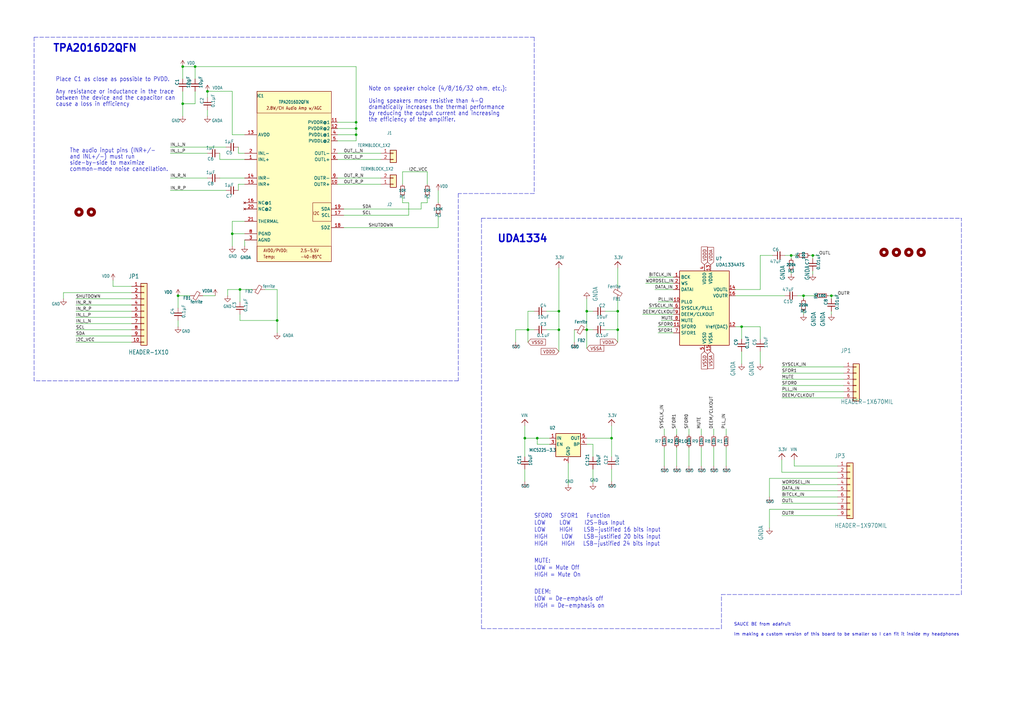
<source format=kicad_sch>
(kicad_sch (version 20211123) (generator eeschema)
  (paper "A3")
  (lib_symbols
    (symbol "Audio:UDA1334ATS"
      (property "Reference" "U" (at -10.16 16.51 0))
      (property "Value" "UDA1334ATS" (at 3.81 16.51 0))
      (symbol "UDA1334ATS_1_1"
        (pin input line (at -12.7 12.7 0) (length 2.54) (name "BCK") (number "1"))
        (pin input line (at -12.7 2.54 0) (length 2.54) (name "PLL0") (number "10"))
        (pin input line (at -12.7 -7.62 0) (length 2.54) (name "SFOR0") (number "11"))
        (pin passive line (at 12.7 -7.62 180) (length 2.54) (name "Vref(DAC)") (number "12"))
        (pin power_in line (at 2.54 17.78 270) (length 2.54) (name "VDDA") (number "13"))
        (pin output line (at 12.7 7.62 180) (length 2.54) (name "VOUTL") (number "14"))
        (pin power_in line (at 2.54 -17.78 90) (length 2.54) (name "VSSA") (number "15"))
        (pin output line (at 12.7 5.08 180) (length 2.54) (name "VOUTR") (number "16"))
        (pin input line (at -12.7 10.16 0) (length 2.54) (name "WS") (number "2"))
        (pin input line (at -12.7 7.62 0) (length 2.54) (name "DATAI") (number "3"))
        (pin power_in line (at 0 17.78 270) (length 2.54) (name "VDDD") (number "4"))
        (pin power_in line (at 0 -17.78 90) (length 2.54) (name "VSSD") (number "5"))
        (pin input line (at -12.7 0 0) (length 2.54) (name "SYSCLK/PLL1") (number "6"))
        (pin input line (at -12.7 -10.16 0) (length 2.54) (name "SFOR1") (number "7"))
        (pin input line (at -12.7 -5.08 0) (length 2.54) (name "MUTE") (number "8"))
        (pin bidirectional line (at -12.7 -2.54 0) (length 2.54) (name "DEEM/CLKOUT") (number "9"))
      )
    )
    (symbol "Connector_Generic:Conn_01x02" (pin_names (offset 1.016) hide)
      (property "Reference" "J" (at 0 2.54 0))
      (property "Value" "Conn_01x02" (at 0 -5.08 0))
      (symbol "Conn_01x02_1_1"
        (pin passive line (at -5.08 0 0) (length 3.81) (name "Pin_1") (number "1"))
        (pin passive line (at -5.08 -2.54 0) (length 3.81) (name "Pin_2") (number "2"))
      )
    )
    (symbol "Connector_Generic:Conn_01x06" (pin_names (offset 1.016) hide)
      (property "Reference" "J" (at 0 7.62 0))
      (property "Value" "Conn_01x06" (at 0 -10.16 0))
      (symbol "Conn_01x06_1_1"
        (pin passive line (at -5.08 5.08 0) (length 3.81) (name "Pin_1") (number "1"))
        (pin passive line (at -5.08 2.54 0) (length 3.81) (name "Pin_2") (number "2"))
        (pin passive line (at -5.08 0 0) (length 3.81) (name "Pin_3") (number "3"))
        (pin passive line (at -5.08 -2.54 0) (length 3.81) (name "Pin_4") (number "4"))
        (pin passive line (at -5.08 -5.08 0) (length 3.81) (name "Pin_5") (number "5"))
        (pin passive line (at -5.08 -7.62 0) (length 3.81) (name "Pin_6") (number "6"))
      )
    )
    (symbol "Connector_Generic:Conn_01x09" (pin_names (offset 1.016) hide)
      (property "Reference" "J" (at 0 12.7 0))
      (property "Value" "Conn_01x09" (at 0 -12.7 0))
      (symbol "Conn_01x09_1_1"
        (pin passive line (at -5.08 10.16 0) (length 3.81) (name "Pin_1") (number "1"))
        (pin passive line (at -5.08 7.62 0) (length 3.81) (name "Pin_2") (number "2"))
        (pin passive line (at -5.08 5.08 0) (length 3.81) (name "Pin_3") (number "3"))
        (pin passive line (at -5.08 2.54 0) (length 3.81) (name "Pin_4") (number "4"))
        (pin passive line (at -5.08 0 0) (length 3.81) (name "Pin_5") (number "5"))
        (pin passive line (at -5.08 -2.54 0) (length 3.81) (name "Pin_6") (number "6"))
        (pin passive line (at -5.08 -5.08 0) (length 3.81) (name "Pin_7") (number "7"))
        (pin passive line (at -5.08 -7.62 0) (length 3.81) (name "Pin_8") (number "8"))
        (pin passive line (at -5.08 -10.16 0) (length 3.81) (name "Pin_9") (number "9"))
      )
    )
    (symbol "Connector_Generic:Conn_01x10" (pin_names (offset 1.016) hide)
      (property "Reference" "J" (at 0 12.7 0))
      (property "Value" "Conn_01x10" (at 0 -15.24 0))
      (symbol "Conn_01x10_1_1"
        (pin passive line (at -5.08 10.16 0) (length 3.81) (name "Pin_1") (number "1"))
        (pin passive line (at -5.08 -12.7 0) (length 3.81) (name "Pin_10") (number "10"))
        (pin passive line (at -5.08 7.62 0) (length 3.81) (name "Pin_2") (number "2"))
        (pin passive line (at -5.08 5.08 0) (length 3.81) (name "Pin_3") (number "3"))
        (pin passive line (at -5.08 2.54 0) (length 3.81) (name "Pin_4") (number "4"))
        (pin passive line (at -5.08 0 0) (length 3.81) (name "Pin_5") (number "5"))
        (pin passive line (at -5.08 -2.54 0) (length 3.81) (name "Pin_6") (number "6"))
        (pin passive line (at -5.08 -5.08 0) (length 3.81) (name "Pin_7") (number "7"))
        (pin passive line (at -5.08 -7.62 0) (length 3.81) (name "Pin_8") (number "8"))
        (pin passive line (at -5.08 -10.16 0) (length 3.81) (name "Pin_9") (number "9"))
      )
    )
    (symbol "Device:C_Small" (pin_numbers hide) (pin_names (offset 0.254) hide)
      (property "Reference" "C" (at 0.254 1.778 0))
      (property "Value" "C_Small" (at 0.254 -2.032 0))
      (symbol "C_Small_1_1"
        (pin passive line (at 0 2.54 270) (length 2.032) (name "~") (number "1"))
        (pin passive line (at 0 -2.54 90) (length 2.032) (name "~") (number "2"))
      )
    )
    (symbol "Device:FerriteBead_Small" (pin_numbers hide) (pin_names (offset 0))
      (property "Reference" "FB" (at 1.905 1.27 0))
      (property "Value" "FerriteBead_Small" (at 1.905 -1.27 0))
      (symbol "FerriteBead_Small_1_1"
        (pin passive line (at 0 2.54 270) (length 1.27) (name "~") (number "1"))
        (pin passive line (at 0 -2.54 90) (length 1.27) (name "~") (number "2"))
      )
    )
    (symbol "Device:R_Small" (pin_numbers hide) (pin_names (offset 0.254) hide)
      (property "Reference" "R" (at 0.762 0.508 0))
      (property "Value" "R_Small" (at 0.762 -1.016 0))
      (symbol "R_Small_1_1"
        (pin passive line (at 0 2.54 270) (length 0.762) (name "~") (number "1"))
        (pin passive line (at 0 -2.54 90) (length 0.762) (name "~") (number "2"))
      )
    )
    (symbol "Mechanical:MountingHole" (pin_names (offset 1.016))
      (property "Reference" "H" (at 0 5.08 0))
      (property "Value" "MountingHole" (at 0 3.175 0))
    )
    (symbol "Regulator_Linear:SPX3819M5-L-3-3" (pin_names (offset 0.254))
      (property "Reference" "U" (at -3.81 5.715 0))
      (property "Value" "SPX3819M5-L-3-3" (at 0 5.715 0))
      (symbol "SPX3819M5-L-3-3_1_1"
        (pin power_in line (at -7.62 2.54 0) (length 2.54) (name "IN") (number "1"))
        (pin power_in line (at 0 -7.62 90) (length 2.54) (name "GND") (number "2"))
        (pin input line (at -7.62 0 0) (length 2.54) (name "EN") (number "3"))
        (pin input line (at 7.62 0 180) (length 2.54) (name "BP") (number "4"))
        (pin power_out line (at 7.62 2.54 180) (length 2.54) (name "OUT") (number "5"))
      )
    )
    (symbol "TPA2016D2-eagle-import:TPA2016D2QFN"
      (property "Reference" "IC1" (at -15.24 30.48 0))
      (property "Value" "TPA2016D2QFN" (at -6.35 27.94 0))
      (symbol "TPA2016D2QFN_1_0"
        (text "-40-85°C" (at 2.54 -35.56 0) (effects (font (size 1.27 1.0795)) (justify left bottom)))
        (text "2.5-5.5V" (at 2.54 -33.02 0) (effects (font (size 1.27 1.0795)) (justify left bottom)))
        (text "2.8W/CH Audio Amp w/AGC" (at -11.43 25.4 0) (effects (font (size 1.27 1.0795)) (justify left bottom)))
        (text "AVDD/PVDD:" (at -12.7 -33.02 0) (effects (font (size 1.27 1.0795)) (justify left bottom)))
        (text "I2C" (at 7.62 -17.78 0) (effects (font (size 1.27 1.0795)) (justify left bottom)))
        (text "Temp:" (at -12.7 -35.56 0) (effects (font (size 1.27 1.0795)) (justify left bottom)))
        (pin input line (at -20.32 5.08 0) (length 5) (name "INL+") (number "1"))
        (pin output line (at 17.78 -5.08 180) (length 2.54) (name "OUTR+") (number "10"))
        (pin power_in line (at 17.78 20.32 180) (length 2.54) (name "PVDDR@1") (number "11"))
        (pin power_in line (at 17.78 17.78 180) (length 2.54) (name "PVDDR@2") (number "12"))
        (pin power_in line (at -20.32 15.24 0) (length 5) (name "AVDD") (number "13"))
        (pin input line (at -20.32 -2.54 0) (length 5) (name "INR-") (number "14"))
        (pin input line (at -20.32 -5.08 0) (length 5) (name "INR+") (number "15"))
        (pin no_connect line (at -20.32 -12.7 0) (length 5) (name "NC@1") (number "16"))
        (pin bidirectional line (at 20.32 -17.78 180) (length 5) (name "SCL") (number "17"))
        (pin input line (at 20.32 -22.86 180) (length 5) (name "SDZ") (number "18"))
        (pin bidirectional line (at 20.32 -15.24 180) (length 5) (name "SDA") (number "19"))
        (pin input line (at -20.32 7.62 0) (length 5) (name "INL-") (number "2"))
        (pin no_connect line (at -20.32 -15.24 0) (length 5) (name "NC@2") (number "20"))
        (pin bidirectional line (at -20.32 -20.32 0) (length 5) (name "THERMAL") (number "21"))
        (pin power_in line (at -20.32 -27.94 0) (length 5) (name "AGND") (number "3"))
        (pin power_in line (at 17.78 15.24 180) (length 2.54) (name "PVDDL@1") (number "4"))
        (pin power_in line (at 17.78 12.7 180) (length 2.54) (name "PVDDL@2") (number "5"))
        (pin output line (at 17.78 5.08 180) (length 2.54) (name "OUTL+") (number "6"))
        (pin output line (at 17.78 7.62 180) (length 2.54) (name "OUTL-") (number "7"))
        (pin power_in line (at -20.32 -25.4 0) (length 5) (name "PGND") (number "8"))
        (pin output line (at 17.78 -2.54 180) (length 2.54) (name "OUTR-") (number "9"))
      )
    )
    (symbol "UDA1334-eagle-import:3.3V" (power)
      (property "Value" "3.3V" (at -1.524 1.016 0))
      (symbol "3.3V_1_0"
        (pin power_in line (at 0 -2.54 90) (length 2.54) (name "3.3V") (number "1"))
      )
    )
    (symbol "UDA1334-eagle-import:VIN" (power)
      (property "Value" "VIN" (at -1.524 1.016 0))
      (symbol "VIN_1_0"
        (pin power_in line (at 0 -2.54 90) (length 2.54) (name "VIN") (number "1"))
      )
    )
    (symbol "power:GND" (power) (pin_names (offset 0))
      (property "Value" "GND" (at 0 -3.81 0))
      (symbol "GND_1_1"
        (pin power_in line (at 0 0 270) (length 0) hide (name "GND") (number "1"))
      )
    )
    (symbol "power:GNDA" (power) (pin_names (offset 0))
      (property "Value" "GNDA" (at 0 -3.81 0))
      (symbol "GNDA_1_1"
        (pin power_in line (at 0 0 270) (length 0) hide (name "GNDA") (number "1"))
      )
    )
    (symbol "power:VDD" (power) (pin_names (offset 0))
      (property "Value" "VDD" (at 0 3.81 0))
      (symbol "VDD_1_1"
        (pin power_in line (at 0 0 90) (length 0) hide (name "VDD") (number "1"))
      )
    )
    (symbol "power:VDDA" (power) (pin_names (offset 0))
      (property "Value" "VDDA" (at 0 3.81 0))
      (symbol "VDDA_1_1"
        (pin power_in line (at 0 0 90) (length 0) hide (name "VDDA") (number "1"))
      )
    )
  )
  (junction (at 146.05 52.705))
  (junction (at 73.025 121.285))
  (junction (at 215.265 179.705))
  (junction (at 304.165 133.985))
  (junction (at 80.01 27.305))
  (junction (at 113.665 131.445))
  (junction (at 329.565 121.285))
  (junction (at 74.93 42.545))
  (junction (at 216.535 135.255))
  (junction (at 253.365 127.635))
  (junction (at 250.825 179.705))
  (junction (at 85.09 37.465))
  (junction (at 146.05 55.245))
  (junction (at 146.05 50.165))
  (junction (at 240.665 127.635))
  (junction (at 240.665 135.255))
  (junction (at 95.25 95.885))
  (junction (at 74.93 27.305))
  (junction (at 229.235 135.255))
  (junction (at 98.425 118.745))
  (junction (at 340.995 121.285))
  (junction (at 324.485 104.775))
  (junction (at 333.375 104.775))
  (junction (at 220.345 179.705))
  (junction (at 229.235 127.635))
  (junction (at 253.365 135.255))
  (wire (pts (xy 69.85 73.025) (xy 85.09 73.025)))
  (wire (pts (xy 340.995 122.555) (xy 340.995 121.285)))
  (wire (pts (xy 346.075 150.495) (xy 320.675 150.495)))
  (wire (pts (xy 80.01 42.545) (xy 80.01 37.465)))
  (wire (pts (xy 53.975 132.715) (xy 31.115 132.715)))
  (wire (pts (xy 138.43 75.565) (xy 156.21 75.565)))
  (wire (pts (xy 103.505 118.745) (xy 98.425 118.745)))
  (wire (pts (xy 97.79 78.105) (xy 97.79 75.565)))
  (wire (pts (xy 53.975 135.255) (xy 31.115 135.255)))
  (wire (pts (xy 85.09 45.085) (xy 85.09 47.625)))
  (wire (pts (xy 95.25 55.245) (xy 95.25 37.465)))
  (wire (pts (xy 325.755 191.135) (xy 325.755 188.595)))
  (wire (pts (xy 266.065 126.365) (xy 276.225 126.365)))
  (wire (pts (xy 138.43 73.025) (xy 156.21 73.025)))
  (wire (pts (xy 329.565 121.285) (xy 334.645 121.285)))
  (wire (pts (xy 343.535 203.835) (xy 320.675 203.835)))
  (wire (pts (xy 340.995 127.635) (xy 340.995 128.905)))
  (wire (pts (xy 315.595 196.215) (xy 315.595 203.835)))
  (wire (pts (xy 175.26 80.645) (xy 175.26 83.185)))
  (polyline (pts (xy 197.485 89.535) (xy 394.335 89.535)))
  (wire (pts (xy 301.625 133.985) (xy 304.165 133.985)))
  (wire (pts (xy 346.075 158.115) (xy 320.675 158.115)))
  (wire (pts (xy 229.235 144.145) (xy 229.235 135.255)))
  (wire (pts (xy 220.345 182.245) (xy 220.345 179.705)))
  (wire (pts (xy 100.33 90.805) (xy 95.25 90.805)))
  (wire (pts (xy 333.375 112.395) (xy 333.375 111.125)))
  (wire (pts (xy 324.485 104.775) (xy 321.945 104.775)))
  (wire (pts (xy 140.97 85.725) (xy 172.72 85.725)))
  (wire (pts (xy 233.045 189.865) (xy 233.045 198.755)))
  (wire (pts (xy 304.165 133.985) (xy 311.785 133.985)))
  (wire (pts (xy 100.33 55.245) (xy 95.25 55.245)))
  (wire (pts (xy 343.535 198.755) (xy 320.675 198.755)))
  (wire (pts (xy 74.93 27.305) (xy 74.93 32.385)))
  (wire (pts (xy 172.72 83.185) (xy 175.26 83.185)))
  (wire (pts (xy 263.525 128.905) (xy 276.225 128.905)))
  (wire (pts (xy 100.33 95.885) (xy 95.25 95.885)))
  (wire (pts (xy 240.665 127.635) (xy 243.205 127.635)))
  (wire (pts (xy 146.05 27.305) (xy 146.05 50.165)))
  (wire (pts (xy 287.655 175.895) (xy 287.655 178.435)))
  (polyline (pts (xy 295.91 243.84) (xy 394.335 243.84)))
  (wire (pts (xy 95.25 90.805) (xy 95.25 95.885)))
  (wire (pts (xy 211.455 135.255) (xy 211.455 140.335)))
  (wire (pts (xy 250.825 192.405) (xy 250.825 197.485)))
  (wire (pts (xy 287.655 183.515) (xy 287.655 191.135)))
  (wire (pts (xy 95.25 95.885) (xy 95.25 100.965)))
  (wire (pts (xy 73.025 121.285) (xy 78.105 121.285)))
  (wire (pts (xy 292.735 183.515) (xy 292.735 191.135)))
  (wire (pts (xy 324.485 104.775) (xy 327.025 104.775)))
  (wire (pts (xy 315.595 208.915) (xy 315.595 216.535)))
  (wire (pts (xy 93.345 118.745) (xy 93.345 121.285)))
  (wire (pts (xy 69.85 62.865) (xy 85.09 62.865)))
  (wire (pts (xy 98.425 131.445) (xy 113.665 131.445)))
  (wire (pts (xy 304.165 133.985) (xy 304.165 139.065)))
  (wire (pts (xy 146.05 50.165) (xy 146.05 52.705)))
  (wire (pts (xy 26.035 120.015) (xy 53.975 120.015)))
  (wire (pts (xy 277.495 175.895) (xy 277.495 178.435)))
  (wire (pts (xy 253.365 117.475) (xy 253.365 109.855)))
  (wire (pts (xy 277.495 183.515) (xy 277.495 191.135)))
  (wire (pts (xy 311.785 118.745) (xy 311.785 104.775)))
  (wire (pts (xy 269.875 136.525) (xy 276.225 136.525)))
  (wire (pts (xy 73.025 131.445) (xy 73.025 133.985)))
  (wire (pts (xy 250.825 179.705) (xy 250.825 174.625)))
  (wire (pts (xy 216.535 135.255) (xy 211.455 135.255)))
  (polyline (pts (xy 197.485 257.81) (xy 295.91 257.81)))
  (polyline (pts (xy 13.97 15.24) (xy 219.075 15.24)))
  (wire (pts (xy 282.575 175.895) (xy 282.575 178.435)))
  (wire (pts (xy 97.79 62.865) (xy 97.79 60.325)))
  (wire (pts (xy 333.375 106.045) (xy 333.375 104.775)))
  (wire (pts (xy 301.625 121.285) (xy 321.945 121.285)))
  (wire (pts (xy 311.785 133.985) (xy 311.785 139.065)))
  (wire (pts (xy 53.975 130.175) (xy 31.115 130.175)))
  (wire (pts (xy 53.975 127.635) (xy 31.115 127.635)))
  (wire (pts (xy 253.365 127.635) (xy 253.365 122.555)))
  (wire (pts (xy 215.265 179.705) (xy 215.265 187.325)))
  (wire (pts (xy 282.575 183.515) (xy 282.575 191.135)))
  (wire (pts (xy 224.155 135.255) (xy 229.235 135.255)))
  (wire (pts (xy 179.705 88.265) (xy 179.705 93.345)))
  (wire (pts (xy 240.665 179.705) (xy 250.825 179.705)))
  (wire (pts (xy 243.205 135.255) (xy 240.665 135.255)))
  (wire (pts (xy 90.17 73.025) (xy 100.33 73.025)))
  (wire (pts (xy 301.625 118.745) (xy 311.785 118.745)))
  (wire (pts (xy 53.975 122.555) (xy 31.115 122.555)))
  (wire (pts (xy 74.93 42.545) (xy 80.01 42.545)))
  (wire (pts (xy 31.115 137.795) (xy 53.975 137.795)))
  (wire (pts (xy 46.355 117.475) (xy 46.355 114.935)))
  (wire (pts (xy 90.17 62.865) (xy 90.17 65.405)))
  (wire (pts (xy 85.09 37.465) (xy 85.09 40.005)))
  (wire (pts (xy 165.1 80.645) (xy 165.1 83.185)))
  (wire (pts (xy 165.1 70.485) (xy 165.1 75.565)))
  (wire (pts (xy 271.145 131.445) (xy 276.225 131.445)))
  (wire (pts (xy 215.265 192.405) (xy 215.265 197.485)))
  (wire (pts (xy 329.565 122.555) (xy 329.565 121.285)))
  (wire (pts (xy 243.205 182.245) (xy 240.665 182.245)))
  (wire (pts (xy 343.535 206.375) (xy 320.675 206.375)))
  (wire (pts (xy 113.665 131.445) (xy 113.665 136.525)))
  (wire (pts (xy 172.72 85.725) (xy 172.72 83.185)))
  (wire (pts (xy 98.425 118.745) (xy 98.425 123.825)))
  (wire (pts (xy 343.535 211.455) (xy 320.675 211.455)))
  (wire (pts (xy 53.975 125.095) (xy 31.115 125.095)))
  (wire (pts (xy 216.535 135.255) (xy 216.535 127.635)))
  (wire (pts (xy 248.285 127.635) (xy 253.365 127.635)))
  (wire (pts (xy 83.185 121.285) (xy 88.265 121.285)))
  (wire (pts (xy 74.93 37.465) (xy 74.93 42.545)))
  (wire (pts (xy 80.01 27.305) (xy 80.01 32.385)))
  (wire (pts (xy 343.535 191.135) (xy 325.755 191.135)))
  (wire (pts (xy 98.425 118.745) (xy 93.345 118.745)))
  (wire (pts (xy 140.97 88.265) (xy 167.64 88.265)))
  (wire (pts (xy 329.565 121.285) (xy 327.025 121.285)))
  (wire (pts (xy 240.665 122.555) (xy 240.665 127.635)))
  (wire (pts (xy 138.43 50.165) (xy 146.05 50.165)))
  (wire (pts (xy 74.93 42.545) (xy 74.93 47.625)))
  (wire (pts (xy 167.64 88.265) (xy 167.64 83.185)))
  (wire (pts (xy 73.025 121.285) (xy 73.025 126.365)))
  (wire (pts (xy 220.345 182.245) (xy 225.425 182.245)))
  (polyline (pts (xy 219.075 79.375) (xy 187.96 79.375)))
  (wire (pts (xy 98.425 128.905) (xy 98.425 131.445)))
  (wire (pts (xy 269.875 123.825) (xy 276.225 123.825)))
  (polyline (pts (xy 187.96 156.21) (xy 13.97 156.21)))
  (wire (pts (xy 95.25 37.465) (xy 85.09 37.465)))
  (wire (pts (xy 235.585 135.255) (xy 235.585 140.335)))
  (wire (pts (xy 343.535 196.215) (xy 315.595 196.215)))
  (polyline (pts (xy 187.96 79.375) (xy 187.96 156.21)))
  (wire (pts (xy 220.345 179.705) (xy 225.425 179.705)))
  (wire (pts (xy 138.43 65.405) (xy 156.21 65.405)))
  (wire (pts (xy 346.075 160.655) (xy 320.675 160.655)))
  (wire (pts (xy 220.345 179.705) (xy 215.265 179.705)))
  (wire (pts (xy 138.43 55.245) (xy 146.05 55.245)))
  (polyline (pts (xy 394.335 243.84) (xy 394.335 89.535)))
  (wire (pts (xy 311.785 104.775) (xy 316.865 104.775)))
  (wire (pts (xy 297.815 175.895) (xy 297.815 178.435)))
  (wire (pts (xy 333.375 104.775) (xy 335.915 104.775)))
  (wire (pts (xy 138.43 62.865) (xy 156.21 62.865)))
  (wire (pts (xy 100.33 62.865) (xy 97.79 62.865)))
  (wire (pts (xy 243.205 187.325) (xy 243.205 182.245)))
  (wire (pts (xy 332.105 104.775) (xy 333.375 104.775)))
  (wire (pts (xy 240.665 135.255) (xy 240.665 127.635)))
  (wire (pts (xy 272.415 175.895) (xy 272.415 178.435)))
  (wire (pts (xy 113.665 118.745) (xy 113.665 131.445)))
  (wire (pts (xy 243.205 198.247) (xy 243.205 192.405)))
  (wire (pts (xy 175.26 70.485) (xy 165.1 70.485)))
  (wire (pts (xy 146.05 55.245) (xy 146.05 57.785)))
  (wire (pts (xy 53.975 117.475) (xy 46.355 117.475)))
  (wire (pts (xy 216.535 127.635) (xy 219.075 127.635)))
  (wire (pts (xy 346.075 155.575) (xy 320.675 155.575)))
  (wire (pts (xy 74.93 27.305) (xy 80.01 27.305)))
  (wire (pts (xy 138.43 57.785) (xy 146.05 57.785)))
  (wire (pts (xy 343.535 193.675) (xy 320.675 193.675)))
  (wire (pts (xy 100.33 98.425) (xy 100.33 100.965)))
  (wire (pts (xy 229.235 127.635) (xy 229.235 109.855)))
  (wire (pts (xy 253.365 135.255) (xy 253.365 127.635)))
  (wire (pts (xy 268.605 118.745) (xy 276.225 118.745)))
  (wire (pts (xy 215.265 179.705) (xy 215.265 174.625)))
  (wire (pts (xy 264.795 116.205) (xy 276.225 116.205)))
  (wire (pts (xy 324.485 111.125) (xy 324.485 112.395)))
  (wire (pts (xy 90.17 65.405) (xy 100.33 65.405)))
  (wire (pts (xy 97.79 75.565) (xy 100.33 75.565)))
  (polyline (pts (xy 219.075 15.24) (xy 219.075 79.375)))
  (wire (pts (xy 343.535 201.295) (xy 320.675 201.295)))
  (wire (pts (xy 346.075 153.035) (xy 320.675 153.035)))
  (wire (pts (xy 304.165 144.145) (xy 304.165 149.225)))
  (wire (pts (xy 26.035 120.015) (xy 26.035 122.555)))
  (wire (pts (xy 224.155 127.635) (xy 229.235 127.635)))
  (wire (pts (xy 311.785 144.145) (xy 311.785 149.225)))
  (wire (pts (xy 297.815 183.515) (xy 297.815 191.135)))
  (wire (pts (xy 269.875 133.985) (xy 276.225 133.985)))
  (wire (pts (xy 324.485 104.775) (xy 324.485 106.045)))
  (wire (pts (xy 250.825 179.705) (xy 250.825 187.325)))
  (wire (pts (xy 340.995 121.285) (xy 343.535 121.285)))
  (polyline (pts (xy 197.485 89.535) (xy 197.485 257.81)))
  (wire (pts (xy 320.675 193.675) (xy 320.675 188.595)))
  (wire (pts (xy 216.535 140.335) (xy 216.535 135.255)))
  (wire (pts (xy 229.235 135.255) (xy 229.235 127.635)))
  (wire (pts (xy 292.735 175.895) (xy 292.735 178.435)))
  (wire (pts (xy 329.565 127.635) (xy 329.565 128.905)))
  (wire (pts (xy 248.285 135.255) (xy 253.365 135.255)))
  (wire (pts (xy 69.85 78.105) (xy 92.71 78.105)))
  (wire (pts (xy 339.725 121.285) (xy 340.995 121.285)))
  (wire (pts (xy 346.075 163.195) (xy 320.675 163.195)))
  (wire (pts (xy 175.26 70.485) (xy 175.26 75.565)))
  (wire (pts (xy 108.585 118.745) (xy 113.665 118.745)))
  (wire (pts (xy 69.85 60.325) (xy 92.71 60.325)))
  (wire (pts (xy 343.535 208.915) (xy 315.595 208.915)))
  (wire (pts (xy 240.665 142.875) (xy 240.665 135.255)))
  (wire (pts (xy 140.97 93.345) (xy 179.705 93.345)))
  (wire (pts (xy 219.075 135.255) (xy 216.535 135.255)))
  (wire (pts (xy 179.705 78.105) (xy 179.705 83.185)))
  (wire (pts (xy 253.365 140.335) (xy 253.365 135.255)))
  (wire (pts (xy 266.065 113.665) (xy 276.225 113.665)))
  (wire (pts (xy 146.05 52.705) (xy 146.05 55.245)))
  (polyline (pts (xy 295.91 257.81) (xy 295.91 243.84)))
  (wire (pts (xy 167.64 83.185) (xy 165.1 83.185)))
  (wire (pts (xy 53.975 140.335) (xy 31.115 140.335)))
  (wire (pts (xy 138.43 52.705) (xy 146.05 52.705)))
  (wire (pts (xy 80.01 27.305) (xy 146.05 27.305)))
  (polyline (pts (xy 13.97 15.24) (xy 13.97 156.21)))
  (wire (pts (xy 272.415 183.515) (xy 272.415 191.135)))
  (text "MUTE:\nLOW = Mute Off\nHIGH = Mute On" (at 219.075 236.855 180) (effects (font (size 1.778 1.5113)) (justify left bottom)))
  (text "SFOR0   SFOR1   Function\nLOW     LOW     I2S-Bus Input\nLOW     HIGH    LSB-justified 16 bits input\nHIGH     LOW    LSB-justified 20 bits input\nHIGH     HIGH   LSB-justified 24 bits input" (at 219.075 224.155 0) (effects (font (size 1.778 1.5113)) (justify left bottom)))
  (text "between the device and the capacitor can" (at 22.86 41.275 180) (effects (font (size 1.778 1.5113)) (justify left bottom)))
  (text "common-mode noise cancellation." (at 28.575 70.485 180) (effects (font (size 1.778 1.5113)) (justify left bottom)))
  (text "the efficiency of the amplifier." (at 151.13 50.165 180) (effects (font (size 1.778 1.5113)) (justify left bottom)))
  (text "and INL+/-) must run" (at 28.575 65.405 180) (effects (font (size 1.778 1.5113)) (justify left bottom)))
  (text "DEEM:\nLOW = De-emphasis off\nHIGH = De-emphasis on" (at 219.075 249.555 180) (effects (font (size 1.778 1.5113)) (justify left bottom)))
  (text "cause a loss in efficiency" (at 22.86 43.815 180) (effects (font (size 1.778 1.5113)) (justify left bottom)))
  (text "Using speakers more resistive than 4-Ω" (at 151.13 42.545 180) (effects (font (size 1.778 1.5113)) (justify left bottom)))
  (text "dramatically increases the thermal performance" (at 151.13 45.085 180) (effects (font (size 1.778 1.5113)) (justify left bottom)))
  (text "Place C1 as close as possible to PVDD." (at 22.86 33.655 180) (effects (font (size 1.778 1.5113)) (justify left bottom)))
  (text "The audio input pins (INR+/-" (at 28.575 62.865 180) (effects (font (size 1.778 1.5113)) (justify left bottom)))
  (text "Any resistance or inductance in the trace" (at 22.86 38.735 180) (effects (font (size 1.778 1.5113)) (justify left bottom)))
  (text "Note on speaker choice (4/8/16/32 ohm, etc.):" (at 151.13 37.465 180) (effects (font (size 1.778 1.5113)) (justify left bottom)))
  (text "UDA1334" (at 203.835 99.695 0) (effects (font (size 3 3) bold) (justify left bottom)))
  (text "SAUCE BE from adafruit\n\nIm making a custom version of this board to be smaller so I can fit it inside my headphones" (at 300.99 260.985 0) (effects (font (size 1.27 1.27)) (justify left bottom)))
  (text "TPA2016D2QFN" (at 21.59 21.59 0) (effects (font (size 3 3) bold) (justify left bottom)))
  (text "by reducing the output current and increasing" (at 151.13 47.625 180) (effects (font (size 1.778 1.5113)) (justify left bottom)))
  (text "side-by-side to maximize" (at 28.575 67.945 180) (effects (font (size 1.778 1.5113)) (justify left bottom)))
  (label "OUTL" (at 320.675 206.375 0) (effects (font (size 1.2446 1.2446))))
  (label "SYSCLK_IN" (at 320.675 150.495 0) (effects (font (size 1.2446 1.2446))))
  (label "WORDSEL_IN" (at 264.795 116.205 0) (effects (font (size 1.2446 1.2446))))
  (label "SCL" (at 148.59 88.265 0) (effects (font (size 1.2446 1.2446))))
  (label "OUT_L_P" (at 140.97 65.405 0) (effects (font (size 1.2446 1.2446))))
  (label "SFOR0" (at 269.875 133.985 0) (effects (font (size 1.2446 1.2446))))
  (label "SFOR0" (at 282.575 175.895 90) (effects (font (size 1.2446 1.2446))))
  (label "PLL_IN" (at 320.675 160.655 0) (effects (font (size 1.2446 1.2446))))
  (label "I2C_VCC" (at 167.64 70.485 0) (effects (font (size 1.2446 1.2446))))
  (label "IN_L_P" (at 31.115 130.175 0) (effects (font (size 1.2446 1.2446))))
  (label "OUTL" (at 335.915 104.775 0) (effects (font (size 1.2446 1.2446))))
  (label "PLL_IN" (at 297.815 175.895 90) (effects (font (size 1.2446 1.2446))))
  (label "OUTR" (at 320.675 211.455 0) (effects (font (size 1.2446 1.2446))))
  (label "BITCLK_IN" (at 266.065 113.665 0) (effects (font (size 1.2446 1.2446))))
  (label "OUT_L_N" (at 140.97 62.865 0) (effects (font (size 1.2446 1.2446))))
  (label "MUTE" (at 271.145 131.445 0) (effects (font (size 1.2446 1.2446))))
  (label "SDA" (at 148.59 85.725 0) (effects (font (size 1.2446 1.2446))))
  (label "IN_R_P" (at 31.115 127.635 0) (effects (font (size 1.2446 1.2446))))
  (label "SHUTDOWN" (at 151.13 93.345 0) (effects (font (size 1.2446 1.2446))))
  (label "MUTE" (at 320.675 155.575 0) (effects (font (size 1.2446 1.2446))))
  (label "IN_R_P" (at 69.85 78.105 0) (effects (font (size 1.2446 1.2446))))
  (label "SHUTDOWN" (at 31.115 122.555 0) (effects (font (size 1.2446 1.2446))))
  (label "IN_L_N" (at 69.85 60.325 0) (effects (font (size 1.2446 1.2446))))
  (label "SCL" (at 31.115 135.255 0) (effects (font (size 1.2446 1.2446))))
  (label "MUTE" (at 287.655 175.895 90) (effects (font (size 1.2446 1.2446))))
  (label "SDA" (at 31.115 137.795 0) (effects (font (size 1.2446 1.2446))))
  (label "SYSCLK_IN" (at 272.415 175.895 90) (effects (font (size 1.2446 1.2446))))
  (label "OUT_R_P" (at 140.97 75.565 0) (effects (font (size 1.2446 1.2446))))
  (label "I2C_VCC" (at 31.115 140.335 0) (effects (font (size 1.2446 1.2446))))
  (label "OUTR" (at 343.535 121.285 0) (effects (font (size 1.2446 1.2446))))
  (label "BITCLK_IN" (at 320.675 203.835 0) (effects (font (size 1.2446 1.2446))))
  (label "DEEM/CLKOUT" (at 263.525 128.905 0) (effects (font (size 1.2446 1.2446))))
  (label "SYSCLK_IN" (at 266.065 126.365 0) (effects (font (size 1.2446 1.2446))))
  (label "DEEM/CLKOUT" (at 292.735 175.895 90) (effects (font (size 1.2446 1.2446))))
  (label "IN_R_N" (at 31.115 125.095 0) (effects (font (size 1.2446 1.2446))))
  (label "SFOR1" (at 320.675 153.035 0) (effects (font (size 1.2446 1.2446))))
  (label "DATA_IN" (at 268.605 118.745 0) (effects (font (size 1.2446 1.2446))))
  (label "WORDSEL_IN" (at 320.675 198.755 0) (effects (font (size 1.2446 1.2446))))
  (label "DEEM/CLKOUT" (at 320.675 163.195 0) (effects (font (size 1.2446 1.2446))))
  (label "IN_L_N" (at 31.115 132.715 0) (effects (font (size 1.2446 1.2446))))
  (label "SFOR0" (at 320.675 158.115 0) (effects (font (size 1.2446 1.2446))))
  (label "IN_L_P" (at 69.85 62.865 0) (effects (font (size 1.2446 1.2446))))
  (label "IN_R_N" (at 69.85 73.025 0) (effects (font (size 1.2446 1.2446))))
  (label "OUT_R_N" (at 140.97 73.025 0) (effects (font (size 1.2446 1.2446))))
  (label "DATA_IN" (at 320.675 201.295 0) (effects (font (size 1.2446 1.2446))))
  (label "PLL_IN" (at 269.875 123.825 0) (effects (font (size 1.2446 1.2446))))
  (label "SFOR1" (at 277.495 175.895 90) (effects (font (size 1.2446 1.2446))))
  (label "SFOR1" (at 269.875 136.525 0) (effects (font (size 1.2446 1.2446))))
  (global_label "VDDA" (shape input) (at 291.465 108.585 90) (property "Intersheet References" "${INTERSHEET_REFS}" (effects hide)))
  (global_label "VDDD" (shape input) (at 229.235 144.145 180) (property "Intersheet References" "${INTERSHEET_REFS}" (effects hide)))
  (global_label "VDDA" (shape input) (at 253.365 140.335 180) (property "Intersheet References" "${INTERSHEET_REFS}" (effects hide)))
  (global_label "VSSD" (shape input) (at 216.535 140.335 0) (property "Intersheet References" "${INTERSHEET_REFS}" (effects hide)))
  (global_label "VSSA" (shape input) (at 240.665 142.875 0) (property "Intersheet References" "${INTERSHEET_REFS}" (effects hide)))
  (global_label "VSSD" (shape input) (at 288.925 144.145 270) (property "Intersheet References" "${INTERSHEET_REFS}" (effects hide)))
  (global_label "VSSA" (shape input) (at 291.465 144.145 270) (property "Intersheet References" "${INTERSHEET_REFS}" (effects hide)))
  (global_label "VDDD" (shape input) (at 288.925 108.585 90) (property "Intersheet References" "${INTERSHEET_REFS}" (effects hide)))
  (symbol (lib_id "power:GND") (at 315.595 203.835 0) (unit 1)
    (property "Reference" "#U$26" (effects hide))
    (property "Value" "GND" (at 314.071 206.375 0) (effects (font (size 1.27 1.0795)) (justify left bottom)))
  )
  (symbol (lib_id "Device:R_Small") (at 287.655 180.975 180) (unit 1)
    (property "Reference" "R9" (at 285.115 180.975 0))
    (property "Value" "10k" (at 287.655 180.975 90) (effects (font (size 1.016 1.016) bold)))
    (property "Footprint" "Resistor_SMD:R_0603_1608Metric" (effects hide))
  )
  (symbol (lib_id "power:GND") (at 250.825 197.485 0) (unit 1)
    (property "Reference" "#U$20" (effects hide))
    (property "Value" "GND" (at 249.301 200.025 0) (effects (font (size 1.27 1.0795)) (justify left bottom)))
  )
  (symbol (lib_id "Device:C_Small") (at 98.425 126.365 0) (unit 1)
    (property "Reference" "C3" (at 96.135 125.115 90))
    (property "Value" "0.1µF" (at 100.725 125.115 90))
    (property "Footprint" "Capacitor_SMD:C_0805_2012Metric" (effects hide))
  )
  (symbol (lib_id "Connector_Generic:Conn_01x02") (at 161.29 75.565 0) (mirror x) (unit 1)
    (property "Reference" "J2" (at 158.75 83.185 0) (effects (font (size 1.27 1.0795)) (justify left bottom)))
    (property "Value" "TERMBLOCK_1X2" (at 147.955 68.58 0) (effects (font (size 1.27 1.0795)) (justify left bottom)))
    (property "Footprint" "Connector_PinHeader_2.54mm:PinHeader_1x02_P2.54mm_Vertical" (effects hide))
  )
  (symbol (lib_id "UDA1334-eagle-import:VIN") (at 215.265 172.085 0) (unit 1)
    (property "Reference" "#U$22" (effects hide))
    (property "Value" "VIN" (at 213.741 171.069 0) (effects (font (size 1.27 1.0795)) (justify left bottom)))
  )
  (symbol (lib_id "power:VDD") (at 179.705 78.105 0) (unit 1)
    (property "Reference" "#U$2" (effects hide))
    (property "Value" "VDD" (at 180.467 77.089 0) (effects (font (size 1.27 1.0795)) (justify left bottom)))
  )
  (symbol (lib_id "Device:R_Small") (at 324.485 108.585 180) (unit 1)
    (property "Reference" "R3" (at 324.485 111.125 0))
    (property "Value" "220k" (at 324.485 108.585 0) (effects (font (size 1.016 1.016) bold)))
    (property "Footprint" "Capacitor_SMD:C_0805_2012Metric" (effects hide))
  )
  (symbol (lib_id "Device:C_Small") (at 333.375 108.585 0) (unit 1)
    (property "Reference" "C7" (at 331.085 107.335 90))
    (property "Value" "0.01uF" (at 335.675 107.335 90))
    (property "Footprint" "Capacitor_SMD:C_0805_2012Metric" (effects hide))
  )
  (symbol (lib_id "Device:C_Small") (at 245.745 127.635 270) (unit 1)
    (property "Reference" "C2" (at 246.995 125.345 90))
    (property "Value" "10uF" (at 246.995 129.935 90))
    (property "Footprint" "Capacitor_SMD:C_0805_2012Metric" (effects hide))
  )
  (symbol (lib_id "Audio:UDA1334ATS") (at 288.925 126.365 0) (unit 1)
    (property "Reference" "U?" (at 293.4844 106.045 0) (effects (justify left)))
    (property "Value" "UDA1334ATS" (at 293.4844 108.585 0) (effects (justify left)))
    (property "Footprint" "Package_SO:SSOP-16_4.4x5.2mm_P0.65mm" (effects hide))
    (property "Datasheet" "http://www.nxp.com/docs/en/data-sheet/UDA1334ATS.pdf" (effects hide))
  )
  (symbol (lib_id "power:VDD") (at 46.355 114.935 0) (unit 1)
    (property "Reference" "#U$18" (effects hide))
    (property "Value" "VDD" (at 41.783 113.919 0) (effects (font (size 1.27 1.0795)) (justify left bottom)))
  )
  (symbol (lib_id "Device:R_Small") (at 179.705 85.725 180) (unit 1)
    (property "Reference" "R3" (at 179.705 88.265 0))
    (property "Value" "100K" (at 179.705 85.725 0) (effects (font (size 1.016 1.016) bold)))
    (property "Footprint" "Capacitor_SMD:C_0805_2012Metric" (effects hide))
  )
  (symbol (lib_id "power:GND") (at 287.655 191.135 0) (unit 1)
    (property "Reference" "#U$15" (effects hide))
    (property "Value" "GND" (at 286.131 193.675 0) (effects (font (size 1.27 1.0795)) (justify left bottom)))
  )
  (symbol (lib_id "power:GND") (at 292.735 191.135 0) (unit 1)
    (property "Reference" "#U$16" (effects hide))
    (property "Value" "GND" (at 291.211 193.675 0) (effects (font (size 1.27 1.0795)) (justify left bottom)))
  )
  (symbol (lib_id "Device:FerriteBead_Small") (at 106.045 118.745 90) (unit 1)
    (property "Reference" "FB2" (at 103.759 118.745 90) (effects (font (size 1.27 1.0795)) (justify left bottom)))
    (property "Value" "ferrite" (at 112.903 116.713 90) (effects (font (size 1.27 1.0795)) (justify left bottom)))
    (property "Footprint" "Resistor_SMD:R_0805_2012Metric" (effects hide))
  )
  (symbol (lib_id "power:GND") (at 26.035 122.555 0) (unit 1)
    (property "Reference" "#U$19" (effects hide))
    (property "Value" "GND" (at 21.209 125.349 0) (effects (font (size 1.27 1.0795)) (justify left bottom)))
  )
  (symbol (lib_id "Device:R_Small") (at 272.415 180.975 180) (unit 1)
    (property "Reference" "R7" (at 269.875 180.975 0))
    (property "Value" "10k" (at 272.415 180.975 90) (effects (font (size 1.016 1.016) bold)))
    (property "Footprint" "Resistor_SMD:R_0603_1608Metric" (effects hide))
  )
  (symbol (lib_id "Device:R_Small") (at 297.815 180.975 180) (unit 1)
    (property "Reference" "R1" (at 295.275 180.975 0))
    (property "Value" "10k" (at 297.815 180.975 90) (effects (font (size 1.016 1.016) bold)))
    (property "Footprint" "Resistor_SMD:R_0603_1608Metric" (effects hide))
  )
  (symbol (lib_id "Device:C_Small") (at 340.995 125.095 0) (unit 1)
    (property "Reference" "C8" (at 338.705 123.845 90))
    (property "Value" "0.01uF" (at 343.295 123.845 90))
    (property "Footprint" "Capacitor_SMD:C_0805_2012Metric" (effects hide))
  )
  (symbol (lib_id "power:GND") (at 211.455 140.335 0) (unit 1)
    (property "Reference" "#U$1" (effects hide))
    (property "Value" "GND" (at 209.931 142.875 0) (effects (font (size 1.27 1.0795)) (justify left bottom)))
  )
  (symbol (lib_id "UDA1334-eagle-import:VIN") (at 325.755 186.055 0) (unit 1)
    (property "Reference" "#U$24" (effects hide))
    (property "Value" "VIN" (at 324.231 185.039 0) (effects (font (size 1.27 1.0795)) (justify left bottom)))
  )
  (symbol (lib_id "power:GND") (at 74.93 47.625 0) (unit 1)
    (property "Reference" "#U$11" (effects hide))
    (property "Value" "GND" (at 70.358 50.165 0) (effects (font (size 1.27 1.0795)) (justify left bottom)))
  )
  (symbol (lib_id "Device:R_Small") (at 337.185 121.285 90) (unit 1)
    (property "Reference" "R6" (at 334.645 121.285 0))
    (property "Value" "100" (at 337.185 121.285 90) (effects (font (size 1.016 1.016) bold)))
    (property "Footprint" "Capacitor_SMD:C_0805_2012Metric" (effects hide))
  )
  (symbol (lib_id "Device:C_Small") (at 221.615 127.635 270) (unit 1)
    (property "Reference" "C4" (at 222.865 125.345 90))
    (property "Value" "10uF" (at 222.865 129.935 90))
    (property "Footprint" "Capacitor_SMD:C_0805_2012Metric" (effects hide))
  )
  (symbol (lib_id "power:GNDA") (at 324.485 112.395 0) (unit 1)
    (property "Reference" "#AGND6" (effects hide))
    (property "Value" "AGND" (at 321.945 114.935 90) (effects (font (size 1.778 1.5113)) (justify left bottom)))
  )
  (symbol (lib_id "Device:C_Small") (at 215.265 189.865 0) (unit 1)
    (property "Reference" "C11" (at 212.975 188.615 90))
    (property "Value" "10uF" (at 217.565 188.615 90))
    (property "Footprint" "Capacitor_SMD:C_0805_2012Metric" (effects hide))
  )
  (symbol (lib_id "power:GNDA") (at 333.375 112.395 0) (unit 1)
    (property "Reference" "#AGND5" (effects hide))
    (property "Value" "AGND" (at 332.105 114.935 90) (effects (font (size 1.778 1.5113)) (justify left bottom)))
  )
  (symbol (lib_id "Device:C_Small") (at 80.01 34.925 0) (unit 1)
    (property "Reference" "C9" (at 77.72 33.675 90))
    (property "Value" "10µF" (at 82.31 33.675 90))
    (property "Footprint" "Capacitor_SMD:C_0805_2012Metric" (effects hide))
  )
  (symbol (lib_id "power:GNDA") (at 240.665 122.555 180) (unit 1)
    (property "Reference" "#AGND7" (effects hide))
    (property "Value" "AGND" (at 243.205 117.475 90) (effects (font (size 1.778 1.5113)) (justify left bottom)))
  )
  (symbol (lib_id "UDA1334-eagle-import:3.3V") (at 320.675 186.055 0) (unit 1)
    (property "Reference" "#U$25" (effects hide))
    (property "Value" "3.3V" (at 319.151 185.039 0) (effects (font (size 1.27 1.0795)) (justify left bottom)))
  )
  (symbol (lib_id "power:GND") (at 243.205 198.247 0) (unit 1)
    (property "Reference" "#U$?" (effects hide))
    (property "Value" "GND" (at 241.935 197.612 0) (effects (font (size 1.27 1.0795)) (justify left bottom)))
  )
  (symbol (lib_id "Mechanical:MountingHole") (at 377.825 103.505 0) (unit 1)
    (property "Reference" "U$11" (effects hide))
    (property "Value" "MOUNTINGHOLE" (effects hide))
    (property "Footprint" "MountingHole:MountingHole_2.2mm_M2" (effects hide))
  )
  (symbol (lib_id "Device:C_Small") (at 311.785 141.605 0) (unit 1)
    (property "Reference" "C5" (at 309.495 140.355 90))
    (property "Value" "10uF" (at 314.085 140.355 90))
    (property "Footprint" "Capacitor_SMD:C_0805_2012Metric" (effects hide))
  )
  (symbol (lib_id "Connector_Generic:Conn_01x06") (at 351.155 155.575 0) (unit 1)
    (property "Reference" "JP1" (at 344.805 144.78 0) (effects (font (size 1.778 1.5113)) (justify left bottom)))
    (property "Value" "HEADER-1X670MIL" (at 344.805 165.735 0) (effects (font (size 1.778 1.5113)) (justify left bottom)))
    (property "Footprint" "Connector_PinHeader_2.54mm:PinHeader_1x06_P2.54mm_Vertical" (effects hide))
  )
  (symbol (lib_id "power:GNDA") (at 304.165 149.225 0) (unit 1)
    (property "Reference" "#AGND2" (effects hide))
    (property "Value" "AGND" (at 301.625 154.305 90) (effects (font (size 1.778 1.5113)) (justify left bottom)))
  )
  (symbol (lib_id "Device:C_Small") (at 250.825 189.865 0) (unit 1)
    (property "Reference" "C12" (at 248.535 188.615 90))
    (property "Value" "10uF" (at 253.125 188.615 90))
    (property "Footprint" "Capacitor_SMD:C_0805_2012Metric" (effects hide))
  )
  (symbol (lib_id "Device:C_Small") (at 95.25 60.325 90) (unit 1)
    (property "Reference" "C5" (at 94 62.615 90))
    (property "Value" "1µF" (at 94 58.025 90))
    (property "Footprint" "Capacitor_SMD:C_0805_2012Metric" (effects hide))
  )
  (symbol (lib_id "power:GNDA") (at 315.595 216.535 0) (unit 1)
    (property "Reference" "#AGND8" (effects hide))
    (property "Value" "AGND" (at 313.055 221.615 90) (effects (font (size 1.778 1.5113)) (justify left bottom)))
  )
  (symbol (lib_id "Connector_Generic:Conn_01x02") (at 161.29 62.865 0) (unit 1)
    (property "Reference" "J1" (at 158.75 55.245 0) (effects (font (size 1.27 1.0795)) (justify left bottom)))
    (property "Value" "TERMBLOCK_1X2" (at 146.685 60.325 0) (effects (font (size 1.27 1.0795)) (justify left bottom)))
    (property "Footprint" "Connector_PinHeader_2.54mm:PinHeader_1x02_P2.54mm_Vertical" (effects hide))
  )
  (symbol (lib_id "power:GNDA") (at 85.09 47.625 0) (unit 1)
    (property "Reference" "#U$16" (effects hide))
    (property "Value" "AGND" (at 86.868 50.165 0) (effects (font (size 1.27 1.0795)) (justify left bottom)))
  )
  (symbol (lib_id "Device:R_Small") (at 292.735 180.975 180) (unit 1)
    (property "Reference" "R8" (at 290.195 180.975 0))
    (property "Value" "10k" (at 292.735 180.975 90) (effects (font (size 1.016 1.016) bold)))
    (property "Footprint" "Resistor_SMD:R_0603_1608Metric" (effects hide))
  )
  (symbol (lib_id "Device:C_Small") (at 243.205 189.865 0) (unit 1)
    (property "Reference" "C121" (at 240.915 188.615 90))
    (property "Value" "10uF" (at 245.505 188.615 90))
    (property "Footprint" "Capacitor_SMD:C_0805_2012Metric" (effects hide))
  )
  (symbol (lib_id "Device:R_Small") (at 329.565 125.095 180) (unit 1)
    (property "Reference" "R5" (at 329.565 127.635 0))
    (property "Value" "220k" (at 329.565 125.095 0) (effects (font (size 1.016 1.016) bold)))
    (property "Footprint" "Capacitor_SMD:C_0805_2012Metric" (effects hide))
  )
  (symbol (lib_id "Device:R_Small") (at 165.1 78.105 180) (unit 1)
    (property "Reference" "R1" (at 165.1 80.645 0))
    (property "Value" "10K" (at 165.1 78.105 0) (effects (font (size 1.016 1.016) bold)))
    (property "Footprint" "Capacitor_SMD:C_0805_2012Metric" (effects hide))
  )
  (symbol (lib_id "power:GNDA") (at 329.565 128.905 0) (unit 1)
    (property "Reference" "#AGND4" (effects hide))
    (property "Value" "AGND" (at 334.645 133.985 90) (effects (font (size 1.778 1.5113)) (justify left bottom)))
  )
  (symbol (lib_id "Mechanical:MountingHole") (at 362.585 103.505 0) (unit 1)
    (property "Reference" "U$14" (effects hide))
    (property "Value" "MOUNTINGHOLE" (effects hide))
    (property "Footprint" "MountingHole:MountingHole_2.2mm_M2" (effects hide))
  )
  (symbol (lib_id "Device:C_Small") (at 87.63 73.025 90) (unit 1)
    (property "Reference" "C8" (at 86.38 75.315 90))
    (property "Value" "1µF" (at 86.38 70.725 90))
    (property "Footprint" "Capacitor_SMD:C_0805_2012Metric" (effects hide))
  )
  (symbol (lib_id "power:GND") (at 95.25 100.965 0) (unit 1)
    (property "Reference" "#U$5" (effects hide))
    (property "Value" "GND" (at 93.726 105.791 0) (effects (font (size 1.27 1.0795)) (justify left bottom)))
  )
  (symbol (lib_id "power:GND") (at 277.495 191.135 0) (unit 1)
    (property "Reference" "#U$18" (effects hide))
    (property "Value" "GND" (at 275.971 193.675 0) (effects (font (size 1.27 1.0795)) (justify left bottom)))
  )
  (symbol (lib_id "Mechanical:MountingHole") (at 367.665 103.505 0) (unit 1)
    (property "Reference" "U$13" (effects hide))
    (property "Value" "MOUNTINGHOLE" (effects hide))
    (property "Footprint" "MountingHole:MountingHole_2.2mm_M2" (effects hide))
  )
  (symbol (lib_id "power:GND") (at 233.045 198.755 0) (unit 1)
    (property "Reference" "#U$23" (effects hide))
    (property "Value" "GND" (at 231.775 198.12 0) (effects (font (size 1.27 1.0795)) (justify left bottom)))
  )
  (symbol (lib_id "Mechanical:MountingHole") (at 372.745 103.505 0) (unit 1)
    (property "Reference" "U$12" (effects hide))
    (property "Value" "MOUNTINGHOLE" (effects hide))
    (property "Footprint" "MountingHole:MountingHole_2.2mm_M2" (effects hide))
  )
  (symbol (lib_id "power:GND") (at 93.345 121.285 0) (unit 1)
    (property "Reference" "#U$6" (effects hide))
    (property "Value" "GND" (at 91.567 126.365 0) (effects (font (size 1.27 1.0795)) (justify left bottom)))
  )
  (symbol (lib_id "Mechanical:MountingHole") (at 32.385 86.995 0) (unit 1)
    (property "Reference" "U$21" (effects hide))
    (property "Value" "MOUNTINGHOLE" (effects hide))
    (property "Footprint" "MountingHole:MountingHole_2.2mm_M2" (effects hide))
  )
  (symbol (lib_id "Mechanical:MountingHole") (at 37.465 86.995 0) (unit 1)
    (property "Reference" "U$20" (effects hide))
    (property "Value" "MOUNTINGHOLE" (effects hide))
    (property "Footprint" "MountingHole:MountingHole_2.2mm_M2" (effects hide))
  )
  (symbol (lib_id "Connector_Generic:Conn_01x09") (at 348.615 201.295 0) (unit 1)
    (property "Reference" "JP3" (at 342.265 187.96 0) (effects (font (size 1.778 1.5113)) (justify left bottom)))
    (property "Value" "HEADER-1X970MIL" (at 342.265 216.535 0) (effects (font (size 1.778 1.5113)) (justify left bottom)))
    (property "Footprint" "Connector_PinHeader_2.54mm:PinHeader_1x09_P2.54mm_Vertical" (effects hide))
  )
  (symbol (lib_id "Device:C_Small") (at 324.485 121.285 90) (unit 1)
    (property "Reference" "C10" (at 323.235 123.675 90))
    (property "Value" "47uF" (at 323.235 118.785 90))
    (property "Footprint" "Capacitor_SMD:CP_Elec_4x5.4" (effects hide))
  )
  (symbol (lib_id "Device:R_Small") (at 175.26 78.105 180) (unit 1)
    (property "Reference" "R2" (at 175.26 80.645 0))
    (property "Value" "10K" (at 175.26 78.105 0) (effects (font (size 1.016 1.016) bold)))
    (property "Footprint" "Capacitor_SMD:C_0805_2012Metric" (effects hide))
  )
  (symbol (lib_id "power:GNDA") (at 340.995 128.905 0) (unit 1)
    (property "Reference" "#AGND3" (effects hide))
    (property "Value" "AGND" (at 338.455 133.985 90) (effects (font (size 1.778 1.5113)) (justify left bottom)))
  )
  (symbol (lib_id "power:GND") (at 282.575 191.135 0) (unit 1)
    (property "Reference" "#U$17" (effects hide))
    (property "Value" "GND" (at 281.051 193.675 0) (effects (font (size 1.27 1.0795)) (justify left bottom)))
  )
  (symbol (lib_id "Device:C_Small") (at 85.09 42.545 0) (unit 1)
    (property "Reference" "C2" (at 82.8 41.295 90))
    (property "Value" "0.1µF" (at 87.39 41.295 90))
    (property "Footprint" "Capacitor_SMD:C_0805_2012Metric" (effects hide))
  )
  (symbol (lib_id "Device:C_Small") (at 304.165 141.605 0) (unit 1)
    (property "Reference" "C9" (at 301.875 140.355 90))
    (property "Value" "0.1uF" (at 306.465 140.355 90))
    (property "Footprint" "Capacitor_SMD:C_0805_2012Metric" (effects hide))
  )
  (symbol (lib_id "power:VDD") (at 74.93 27.305 0) (unit 1)
    (property "Reference" "#U$10" (effects hide))
    (property "Value" "VDD" (at 76.708 26.543 0) (effects (font (size 1.27 1.0795)) (justify left bottom)))
  )
  (symbol (lib_id "power:GND") (at 73.025 133.985 0) (unit 1)
    (property "Reference" "#U$17" (effects hide))
    (property "Value" "GND" (at 74.549 136.525 0) (effects (font (size 1.27 1.0795)) (justify left bottom)))
  )
  (symbol (lib_id "Device:C_Small") (at 319.405 104.775 90) (mirror x) (unit 1)
    (property "Reference" "C6" (at 318.155 102.385 90))
    (property "Value" "47uF" (at 318.155 107.275 90))
    (property "Footprint" "Capacitor_SMD:CP_Elec_4x5.4" (effects hide))
  )
  (symbol (lib_id "power:VDDA") (at 85.09 37.465 0) (unit 1)
    (property "Reference" "#U$15" (effects hide))
    (property "Value" "AVDD" (at 87.122 36.703 0) (effects (font (size 1.27 1.0795)) (justify left bottom)))
  )
  (symbol (lib_id "Device:C_Small") (at 245.745 135.255 270) (unit 1)
    (property "Reference" "C1" (at 246.995 132.965 90))
    (property "Value" "0.1uF" (at 246.995 137.555 90))
    (property "Footprint" "Capacitor_SMD:C_0805_2012Metric" (effects hide))
  )
  (symbol (lib_id "power:GNDA") (at 100.33 100.965 0) (unit 1)
    (property "Reference" "#U$14" (effects hide))
    (property "Value" "AGND" (at 98.552 106.299 0) (effects (font (size 1.27 1.0795)) (justify left bottom)))
  )
  (symbol (lib_id "power:GND") (at 272.415 191.135 0) (unit 1)
    (property "Reference" "#U$31" (effects hide))
    (property "Value" "GND" (at 270.891 193.675 0) (effects (font (size 1.27 1.0795)) (justify left bottom)))
  )
  (symbol (lib_id "power:GNDA") (at 311.785 149.225 0) (unit 1)
    (property "Reference" "#AGND1" (effects hide))
    (property "Value" "AGND" (at 309.245 154.305 90) (effects (font (size 1.778 1.5113)) (justify left bottom)))
  )
  (symbol (lib_id "Regulator_Linear:SPX3819M5-L-3-3") (at 233.045 182.245 0) (unit 1)
    (property "Reference" "U2" (at 225.425 176.149 0) (effects (font (size 1.27 1.0795)) (justify left bottom)))
    (property "Value" "MIC5225-3.3" (at 217.043 185.293 0) (effects (font (size 1.27 1.0795)) (justify left bottom)))
    (property "Footprint" "Package_TO_SOT_SMD:SOT-23-5" (effects hide))
    (property "Datasheet" "https://www.exar.com/content/document.ashx?id=22106&languageid=1033&type=Datasheet&partnumber=SPX3819&filename=SPX3819.pdf&part=SPX3819" (effects hide))
  )
  (symbol (lib_id "power:VDD") (at 73.025 121.285 0) (unit 1)
    (property "Reference" "#U$7" (effects hide))
    (property "Value" "VDD" (at 67.437 120.523 0) (effects (font (size 1.27 1.0795)) (justify left bottom)))
  )
  (symbol (lib_id "power:GND") (at 215.265 197.485 0) (unit 1)
    (property "Reference" "#U$19" (effects hide))
    (property "Value" "GND" (at 213.741 200.025 0) (effects (font (size 1.27 1.0795)) (justify left bottom)))
  )
  (symbol (lib_id "power:GNDA") (at 113.665 136.525 0) (unit 1)
    (property "Reference" "#U$8" (effects hide))
    (property "Value" "GNDA" (at 115.951 138.303 0) (effects (font (size 1.27 1.0795)) (justify left bottom)))
  )
  (symbol (lib_id "power:VDDA") (at 88.265 121.285 0) (unit 1)
    (property "Reference" "#U$9" (effects hide))
    (property "Value" "AVDD" (at 82.931 120.015 0) (effects (font (size 1.27 1.0795)) (justify left bottom)))
  )
  (symbol (lib_id "Device:C_Small") (at 87.63 62.865 90) (unit 1)
    (property "Reference" "C6" (at 86.38 65.155 90))
    (property "Value" "1µF" (at 86.38 60.565 90))
    (property "Footprint" "Capacitor_SMD:C_0805_2012Metric" (effects hide))
  )
  (symbol (lib_id "Device:FerriteBead_Small") (at 80.645 121.285 90) (unit 1)
    (property "Reference" "FB1" (at 78.359 121.539 90) (effects (font (size 1.27 1.0795)) (justify left bottom)))
    (property "Value" "ferrite" (at 83.185 123.063 90) (effects (font (size 1.27 1.0795)) (justify left bottom)))
    (property "Footprint" "Resistor_SMD:R_0805_2012Metric" (effects hide))
  )
  (symbol (lib_id "TPA2016D2-eagle-import:TPA2016D2QFN") (at 120.65 70.485 0) (unit 1)
    (property "Reference" "IC1" (at 105.41 40.005 0) (effects (font (size 1.27 1.0795)) (justify left bottom)))
    (property "Value" "TPA2016D2QFN" (at 114.3 42.545 0) (effects (font (size 1.27 1.0795)) (justify left bottom)))
    (property "Footprint" "Package_DFN_QFN:QFN-20-1EP_4x4mm_P0.5mm_EP2.5x2.5mm" (effects hide))
  )
  (symbol (lib_id "power:GND") (at 297.815 191.135 0) (unit 1)
    (property "Reference" "#U$30" (effects hide))
    (property "Value" "GND" (at 296.291 193.675 0) (effects (font (size 1.27 1.0795)) (justify left bottom)))
  )
  (symbol (lib_id "UDA1334-eagle-import:3.3V") (at 229.235 107.315 0) (unit 1)
    (property "Reference" "#U$3" (effects hide))
    (property "Value" "3.3V" (at 227.711 106.299 0) (effects (font (size 1.27 1.0795)) (justify left bottom)))
  )
  (symbol (lib_id "UDA1334-eagle-import:3.3V") (at 253.365 107.315 0) (unit 1)
    (property "Reference" "#U$4" (effects hide))
    (property "Value" "3.3V" (at 251.841 106.299 0) (effects (font (size 1.27 1.0795)) (justify left bottom)))
  )
  (symbol (lib_id "Device:C_Small") (at 74.93 34.925 0) (unit 1)
    (property "Reference" "C1" (at 72.64 33.675 90))
    (property "Value" "10µF" (at 77.23 33.675 90))
    (property "Footprint" "Capacitor_SMD:C_0805_2012Metric" (effects hide))
  )
  (symbol (lib_id "Device:FerriteBead_Small") (at 253.365 120.015 180) (unit 1)
    (property "Reference" "FB1" (at 254.635 121.92 0) (effects (font (size 1.27 1.0795)) (justify left bottom)))
    (property "Value" "Ferrite" (at 254.635 116.84 0) (effects (font (size 1.27 1.0795)) (justify left bottom)))
    (property "Footprint" "Resistor_SMD:R_0805_2012Metric" (effects hide))
  )
  (symbol (lib_id "Device:C_Small") (at 221.615 135.255 270) (unit 1)
    (property "Reference" "C3" (at 222.865 132.965 90))
    (property "Value" "0.1uF" (at 222.865 137.555 90))
    (property "Footprint" "Capacitor_SMD:C_0805_2012Metric" (effects hide))
  )
  (symbol (lib_id "Device:R_Small") (at 277.495 180.975 0) (unit 1)
    (property "Reference" "R2" (at 274.955 180.975 0))
    (property "Value" "10k" (at 277.495 180.975 90) (effects (font (size 1.016 1.016) bold)))
    (property "Footprint" "Resistor_SMD:R_0603_1608Metric" (effects hide))
  )
  (symbol (lib_id "Device:FerriteBead_Small") (at 238.125 135.255 270) (unit 1)
    (property "Reference" "FB2" (at 236.855 140.335 90) (effects (font (size 1.27 1.0795)) (justify left bottom)))
    (property "Value" "Ferrite" (at 235.585 132.715 90) (effects (font (size 1.27 1.0795)) (justify left bottom)))
    (property "Footprint" "Resistor_SMD:R_0805_2012Metric" (effects hide))
  )
  (symbol (lib_id "UDA1334-eagle-import:3.3V") (at 250.825 172.085 0) (unit 1)
    (property "Reference" "#U$21" (effects hide))
    (property "Value" "3.3V" (at 249.301 171.069 0) (effects (font (size 1.27 1.0795)) (justify left bottom)))
  )
  (symbol (lib_id "Device:C_Small") (at 73.025 128.905 0) (unit 1)
    (property "Reference" "C4" (at 70.735 127.655 90))
    (property "Value" "0.1µF" (at 75.325 127.655 90))
    (property "Footprint" "Capacitor_SMD:C_0805_2012Metric" (effects hide))
  )
  (symbol (lib_id "Device:C_Small") (at 95.25 78.105 90) (unit 1)
    (property "Reference" "C7" (at 94 80.395 90))
    (property "Value" "1µF" (at 94 75.805 90))
    (property "Footprint" "Capacitor_SMD:C_0805_2012Metric" (effects hide))
  )
  (symbol (lib_id "Connector_Generic:Conn_01x10") (at 59.055 127.635 0) (unit 1)
    (property "Reference" "JP1" (at 52.705 114.3 0) (effects (font (size 1.778 1.5113)) (justify left bottom)))
    (property "Value" "HEADER-1X10" (at 52.705 145.415 0) (effects (font (size 1.778 1.5113)) (justify left bottom)))
    (property "Footprint" "Connector_PinHeader_2.54mm:PinHeader_1x10_P2.54mm_Vertical" (effects hide))
  )
  (symbol (lib_id "Device:R_Small") (at 329.565 104.775 90) (unit 1)
    (property "Reference" "R4" (at 327.025 104.775 0))
    (property "Value" "100" (at 329.565 104.775 0) (effects (font (size 1.016 1.016) bold)))
    (property "Footprint" "Capacitor_SMD:C_0805_2012Metric" (effects hide))
  )
  (symbol (lib_id "Device:R_Small") (at 282.575 180.975 180) (unit 1)
    (property "Reference" "R10" (at 280.035 180.975 0))
    (property "Value" "10k" (at 282.575 180.975 90) (effects (font (size 1.016 1.016) bold)))
    (property "Footprint" "Resistor_SMD:R_0603_1608Metric" (effects hide))
  )
  (symbol (lib_id "power:GND") (at 235.585 140.335 0) (unit 1)
    (property "Reference" "#U$2" (effects hide))
    (property "Value" "GND" (at 234.061 142.875 0) (effects (font (size 1.27 1.0795)) (justify left bottom)))
  )
)
</source>
